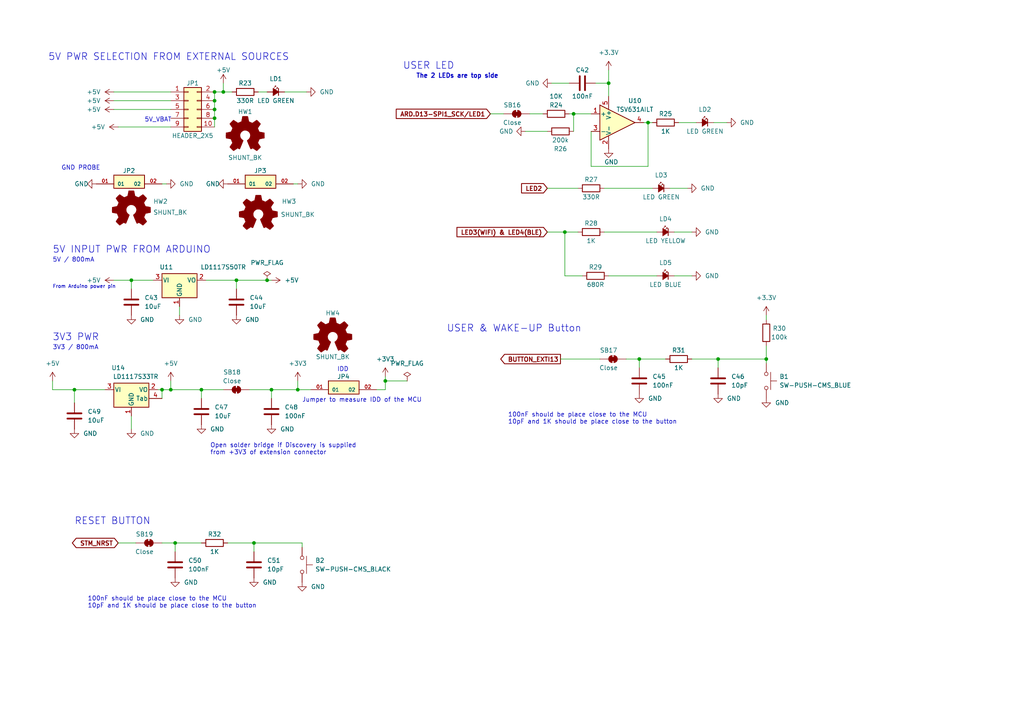
<source format=kicad_sch>
(kicad_sch (version 20211123) (generator eeschema)
  (paper "A4")
  (lib_symbols
    (symbol "+3V3_1" (power) (pin_names (offset 0))
      (property "Value" "+3V3_1" (at 0 5.08 0))
      (symbol "+3V3_1_0_1"
        (polyline (pts (xy -0.762 1.27) (xy 0 2.54)))
        (polyline (pts (xy 0 0) (xy 0 2.54)))
        (polyline (pts (xy 0 2.54) (xy 0.762 1.27)))
      )
      (symbol "+3V3_1_1_1"
        (pin power_in line (at 0 0 90) (length 0) hide (name "+3V3") (number "1"))
      )
    )
    (symbol "+5V_1" (power) (pin_names (offset 0))
      (property "Value" "+5V_1" (at -3.81 0.0001 90))
      (symbol "+5V_1_0_1"
        (polyline (pts (xy -0.762 1.27) (xy 0 2.54)))
        (polyline (pts (xy 0 0) (xy 0 2.54)))
        (polyline (pts (xy 0 2.54) (xy 0.762 1.27)))
      )
      (symbol "+5V_1_1_1"
        (pin power_in line (at 0 0 90) (length 0) hide (name "+5V") (number "1"))
      )
    )
    (symbol "+5V_2" (power) (pin_names (offset 0))
      (property "Value" "+5V_2" (at -3.81 0.0001 90))
      (symbol "+5V_2_0_1"
        (polyline (pts (xy -0.762 1.27) (xy 0 2.54)))
        (polyline (pts (xy 0 0) (xy 0 2.54)))
        (polyline (pts (xy 0 2.54) (xy 0.762 1.27)))
      )
      (symbol "+5V_2_1_1"
        (pin power_in line (at 0 0 90) (length 0) hide (name "+5V") (number "1"))
      )
    )
    (symbol "+5V_3" (power) (pin_names (offset 0))
      (property "Value" "+5V_3" (at -3.81 0.0001 90))
      (symbol "+5V_3_0_1"
        (polyline (pts (xy -0.762 1.27) (xy 0 2.54)))
        (polyline (pts (xy 0 0) (xy 0 2.54)))
        (polyline (pts (xy 0 2.54) (xy 0.762 1.27)))
      )
      (symbol "+5V_3_1_1"
        (pin power_in line (at 0 0 90) (length 0) hide (name "+5V") (number "1"))
      )
    )
    (symbol "+5V_4" (power) (pin_names (offset 0))
      (property "Value" "+5V_4" (at 0 3.556 0))
      (symbol "+5V_4_0_1"
        (polyline (pts (xy -0.762 1.27) (xy 0 2.54)))
        (polyline (pts (xy 0 0) (xy 0 2.54)))
        (polyline (pts (xy 0 2.54) (xy 0.762 1.27)))
      )
      (symbol "+5V_4_1_1"
        (pin power_in line (at 0 0 90) (length 0) hide (name "+5V") (number "1"))
      )
    )
    (symbol "+5V_5" (power) (pin_names (offset 0))
      (property "Value" "+5V_5" (at -3.81 0 90))
      (symbol "+5V_5_0_1"
        (polyline (pts (xy -0.762 1.27) (xy 0 2.54)))
        (polyline (pts (xy 0 0) (xy 0 2.54)))
        (polyline (pts (xy 0 2.54) (xy 0.762 1.27)))
      )
      (symbol "+5V_5_1_1"
        (pin power_in line (at 0 0 90) (length 0) hide (name "+5V") (number "1"))
      )
    )
    (symbol "+5V_6" (power) (pin_names (offset 0))
      (property "Value" "+5V_6" (at 0 3.556 0))
      (symbol "+5V_6_0_1"
        (polyline (pts (xy -0.762 1.27) (xy 0 2.54)))
        (polyline (pts (xy 0 0) (xy 0 2.54)))
        (polyline (pts (xy 0 2.54) (xy 0.762 1.27)))
      )
      (symbol "+5V_6_1_1"
        (pin power_in line (at 0 0 90) (length 0) hide (name "+5V") (number "1"))
      )
    )
    (symbol "+5V_7" (power) (pin_names (offset 0))
      (property "Value" "+5V_7" (at 0 5.08 0))
      (symbol "+5V_7_0_1"
        (polyline (pts (xy -0.762 1.27) (xy 0 2.54)))
        (polyline (pts (xy 0 0) (xy 0 2.54)))
        (polyline (pts (xy 0 2.54) (xy 0.762 1.27)))
      )
      (symbol "+5V_7_1_1"
        (pin power_in line (at 0 0 90) (length 0) hide (name "+5V") (number "1"))
      )
    )
    (symbol "Amplifier_Operational:LMV601" (pin_names (offset 0.127))
      (property "Reference" "U21" (at 11.43 4.699 0))
      (property "Value" "TSV631AILT" (at 12.7 2.54 0))
      (symbol "LMV601_0_1"
        (polyline (pts (xy -5.08 5.08) (xy 5.08 0) (xy -5.08 -5.08) (xy -5.08 5.08)) (stroke (width 0.254)) (fill (type background)))
      )
      (symbol "LMV601_1_1"
        (pin input line (at -7.62 2.54 0) (length 2.54) (name "+") (number "1"))
        (pin power_in line (at -2.54 -7.62 90) (length 3.81) (name "V-") (number "2"))
        (pin input line (at -7.62 -2.54 0) (length 2.54) (name "-") (number "3"))
        (pin output line (at 7.62 0 180) (length 2.54) (name "~") (number "4"))
        (pin power_in line (at -2.54 7.62 270) (length 3.81) (name "V+") (number "5"))
      )
    )
    (symbol "Connector_Generic:Conn_02x05_Odd_Even" (pin_names (offset 1.016) hide)
      (property "Reference" "JP1" (at 1.27 7.62 0))
      (property "Value" "HEADER_2X5" (at 1.27 -7.62 0))
      (symbol "Conn_02x05_Odd_Even_1_1"
        (rectangle (start -1.27 -4.953) (end 0 -5.207) (stroke (width 0.1524)))
        (rectangle (start -1.27 -2.413) (end 0 -2.667) (stroke (width 0.1524)))
        (rectangle (start -1.27 0.127) (end 0 -0.127) (stroke (width 0.1524)))
        (rectangle (start -1.27 2.667) (end 0 2.413) (stroke (width 0.1524)))
        (rectangle (start -1.27 5.207) (end 0 4.953) (stroke (width 0.1524)))
        (rectangle (start -1.27 6.35) (end 3.81 -6.35) (stroke (width 0.254)) (fill (type background)))
        (rectangle (start 3.81 -4.953) (end 2.54 -5.207) (stroke (width 0.1524)))
        (rectangle (start 3.81 -2.413) (end 2.54 -2.667) (stroke (width 0.1524)))
        (rectangle (start 3.81 0.127) (end 2.54 -0.127) (stroke (width 0.1524)))
        (rectangle (start 3.81 2.667) (end 2.54 2.413) (stroke (width 0.1524)))
        (rectangle (start 3.81 5.207) (end 2.54 4.953) (stroke (width 0.1524)))
        (pin passive line (at -5.08 5.08 0) (length 3.81) (name "Pin_1") (number "1"))
        (pin passive line (at 7.62 -5.08 180) (length 3.81) (name "Pin_10") (number "10"))
        (pin passive line (at 7.62 5.08 180) (length 3.81) (name "Pin_2") (number "2"))
        (pin passive line (at -5.08 2.54 0) (length 3.81) (name "Pin_3") (number "3"))
        (pin passive line (at 7.62 2.54 180) (length 3.81) (name "Pin_4") (number "4"))
        (pin passive line (at -5.08 0 0) (length 3.81) (name "Pin_5") (number "5"))
        (pin passive line (at 7.62 0 180) (length 3.81) (name "Pin_6") (number "6"))
        (pin free line (at -5.08 -2.54 0) (length 3.81) (name "Pin_7") (number "7"))
        (pin passive line (at 7.62 -2.54 180) (length 3.81) (name "Pin_8") (number "8"))
        (pin passive line (at -5.08 -5.08 0) (length 3.81) (name "Pin_9") (number "9"))
      )
    )
    (symbol "Device:C" (pin_numbers hide) (pin_names (offset 0.254))
      (property "Reference" "C" (at 0.635 2.54 0))
      (property "Value" "C" (at 0.635 -2.54 0))
      (symbol "C_0_1"
        (polyline (pts (xy -2.032 -0.762) (xy 2.032 -0.762)) (stroke (width 0.508)))
        (polyline (pts (xy -2.032 0.762) (xy 2.032 0.762)) (stroke (width 0.508)))
      )
      (symbol "C_1_1"
        (pin passive line (at 0 3.81 270) (length 2.794) (name "~") (number "1"))
        (pin passive line (at 0 -3.81 90) (length 2.794) (name "~") (number "2"))
      )
    )
    (symbol "Device:LED_Small_Filled" (pin_numbers hide) (pin_names (offset 0.254) hide)
      (property "Reference" "D" (at -1.27 3.175 0))
      (property "Value" "LED_Small_Filled" (at -4.445 -2.54 0))
      (symbol "LED_Small_Filled_0_1"
        (polyline (pts (xy -0.762 -1.016) (xy -0.762 1.016)) (stroke (width 0.254)))
        (polyline (pts (xy 1.016 0) (xy -0.762 0)))
        (polyline (pts (xy 0.762 -1.016) (xy -0.762 0) (xy 0.762 1.016) (xy 0.762 -1.016)) (stroke (width 0.254)) (fill (type outline)))
        (polyline (pts (xy 0 0.762) (xy -0.508 1.27) (xy -0.254 1.27) (xy -0.508 1.27) (xy -0.508 1.016)))
        (polyline (pts (xy 0.508 1.27) (xy 0 1.778) (xy 0.254 1.778) (xy 0 1.778) (xy 0 1.524)))
      )
      (symbol "LED_Small_Filled_1_1"
        (pin passive line (at -2.54 0 0) (length 1.778) (name "K") (number "1"))
        (pin passive line (at 2.54 0 180) (length 1.778) (name "A") (number "2"))
      )
    )
    (symbol "Device:R" (pin_numbers hide) (pin_names (offset 0))
      (property "Reference" "R" (at 2.032 0 90))
      (property "Value" "R" (at 0 0 90))
      (symbol "R_0_1"
        (rectangle (start -1.016 -2.54) (end 1.016 2.54) (stroke (width 0.254)))
      )
      (symbol "R_1_1"
        (pin passive line (at 0 3.81 270) (length 1.27) (name "~") (number "1"))
        (pin passive line (at 0 -3.81 90) (length 1.27) (name "~") (number "2"))
      )
    )
    (symbol "Graphic:Logo_Open_Hardware_Small" (pin_names (offset 1.016))
      (symbol "Logo_Open_Hardware_Small_0_1"
        (polyline (pts (xy 3.3528 -4.3434) (xy 3.302 -4.318) (xy 3.175 -4.2418) (xy 2.9972 -4.1148) (xy 2.7686 -3.9624) (xy 2.54 -3.81) (xy 2.3622 -3.7084) (xy 2.2352 -3.6068) (xy 2.1844 -3.5814) (xy 2.159 -3.6068) (xy 2.0574 -3.6576) (xy 1.905 -3.7338) (xy 1.8034 -3.7846) (xy 1.6764 -3.8354) (xy 1.6002 -3.8354) (xy 1.6002 -3.8354) (xy 1.5494 -3.7338) (xy 1.4732 -3.5306) (xy 1.3462 -3.302) (xy 1.2446 -3.0226) (xy 1.1176 -2.7178) (xy 0.9652 -2.413) (xy 0.8636 -2.1082) (xy 0.7366 -1.8288) (xy 0.6604 -1.6256) (xy 0.6096 -1.4732) (xy 0.5842 -1.397) (xy 0.5842 -1.397) (xy 0.6604 -1.3208) (xy 0.7874 -1.2446) (xy 1.0414 -1.016) (xy 1.2954 -0.6858) (xy 1.4478 -0.3302) (xy 1.524 0.0762) (xy 1.4732 0.4572) (xy 1.3208 0.8128) (xy 1.0668 1.143) (xy 0.762 1.3716) (xy 0.4064 1.524) (xy 0 1.5748) (xy -0.381 1.5494) (xy -0.7366 1.397) (xy -1.0668 1.143) (xy -1.2192 0.9906) (xy -1.397 0.6604) (xy -1.524 0.3048) (xy -1.524 0.2286) (xy -1.4986 -0.1778) (xy -1.397 -0.5334) (xy -1.1938 -0.8636) (xy -0.9144 -1.143) (xy -0.8636 -1.1684) (xy -0.7366 -1.27) (xy -0.635 -1.3462) (xy -0.5842 -1.397) (xy -1.0668 -2.5908) (xy -1.143 -2.794) (xy -1.2954 -3.1242) (xy -1.397 -3.4036) (xy -1.4986 -3.6322) (xy -1.5748 -3.7846) (xy -1.6002 -3.8354) (xy -1.6002 -3.8354) (xy -1.651 -3.8354) (xy -1.7272 -3.81) (xy -1.905 -3.7338) (xy -2.0066 -3.683) (xy -2.1336 -3.6068) (xy -2.2098 -3.5814) (xy -2.2606 -3.6068) (xy -2.3622 -3.683) (xy -2.54 -3.81) (xy -2.7686 -3.9624) (xy -2.9718 -4.0894) (xy -3.1496 -4.2164) (xy -3.302 -4.318) (xy -3.3528 -4.3434) (xy -3.3782 -4.3434) (xy -3.429 -4.318) (xy -3.5306 -4.2164) (xy -3.7084 -4.064) (xy -3.937 -3.8354) (xy -3.9624 -3.81) (xy -4.1656 -3.6068) (xy -4.318 -3.4544) (xy -4.4196 -3.3274) (xy -4.445 -3.2766) (xy -4.445 -3.2766) (xy -4.4196 -3.2258) (xy -4.318 -3.0734) (xy -4.2164 -2.8956) (xy -4.064 -2.667) (xy -3.6576 -2.0828) (xy -3.8862 -1.5494) (xy -3.937 -1.3716) (xy -4.0386 -1.1684) (xy -4.0894 -1.0414) (xy -4.1148 -0.9652) (xy -4.191 -0.9398) (xy -4.318 -0.9144) (xy -4.5466 -0.8636) (xy -4.8006 -0.8128) (xy -5.0546 -0.7874) (xy -5.2578 -0.7366) (xy -5.4356 -0.7112) (xy -5.5118 -0.6858) (xy -5.5118 -0.6858) (xy -5.5372 -0.635) (xy -5.5372 -0.5588) (xy -5.5372 -0.4318) (xy -5.5626 -0.2286) (xy -5.5626 0.0762) (xy -5.5626 0.127) (xy -5.5372 0.4064) (xy -5.5372 0.635) (xy -5.5372 0.762) (xy -5.5372 0.8382) (xy -5.5372 0.8382) (xy -5.461 0.8382) (xy -5.3086 0.889) (xy -5.08 0.9144) (xy -4.826 0.9652) (xy -4.8006 0.9906) (xy -4.5466 1.0414) (xy -4.318 1.0668) (xy -4.1656 1.1176) (xy -4.0894 1.143) (xy -4.0894 1.143) (xy -4.0386 1.2446) (xy -3.9624 1.4224) (xy -3.8608 1.6256) (xy -3.7846 1.8288) (xy -3.7084 2.0066) (xy -3.6576 2.159) (xy -3.6322 2.2098) (xy -3.6322 2.2098) (xy -3.683 2.286) (xy -3.7592 2.413) (xy -3.8862 2.5908) (xy -4.064 2.8194) (xy -4.064 2.8448) (xy -4.2164 3.0734) (xy -4.3434 3.2512) (xy -4.4196 3.3782) (xy -4.445 3.4544) (xy -4.445 3.4544) (xy -4.3942 3.5052) (xy -4.2926 3.6322) (xy -4.1148 3.81) (xy -3.937 4.0132) (xy -3.8608 4.064) (xy -3.6576 4.2926) (xy -3.5052 4.4196) (xy -3.4036 4.4958) (xy -3.3528 4.5212) (xy -3.3528 4.5212) (xy -3.302 4.4704) (xy -3.1496 4.3688) (xy -2.9718 4.2418) (xy -2.7432 4.0894) (xy -2.7178 4.0894) (xy -2.4892 3.937) (xy -2.3114 3.81) (xy -2.1844 3.7084) (xy -2.1336 3.683) (xy -2.1082 3.683) (xy -2.032 3.7084) (xy -1.8542 3.7592) (xy -1.6764 3.8354) (xy -1.4732 3.937) (xy -1.27 4.0132) (xy -1.143 4.064) (xy -1.0668 4.1148) (xy -1.0668 4.1148) (xy -1.0414 4.191) (xy -1.016 4.3434) (xy -0.9652 4.572) (xy -0.9144 4.8514) (xy -0.889 4.9022) (xy -0.8382 5.1562) (xy -0.8128 5.3848) (xy -0.7874 5.5372) (xy -0.762 5.588) (xy -0.7112 5.6134) (xy -0.5842 5.6134) (xy -0.4064 5.6134) (xy -0.1524 5.6134) (xy 0.0762 5.6134) (xy 0.3302 5.6134) (xy 0.5334 5.6134) (xy 0.6858 5.588) (xy 0.7366 5.588) (xy 0.7366 5.588) (xy 0.762 5.5118) (xy 0.8128 5.334) (xy 0.8382 5.1054) (xy 0.9144 4.826) (xy 0.9144 4.7752) (xy 0.9652 4.5212) (xy 1.016 4.2926) (xy 1.0414 4.1402) (xy 1.0668 4.0894) (xy 1.0668 4.0894) (xy 1.1938 4.0386) (xy 1.3716 3.9624) (xy 1.5748 3.8608) (xy 2.0828 3.6576) (xy 2.7178 4.0894) (xy 2.7686 4.1402) (xy 2.9972 4.2926) (xy 3.175 4.4196) (xy 3.302 4.4958) (xy 3.3782 4.5212) (xy 3.3782 4.5212) (xy 3.429 4.4704) (xy 3.556 4.3434) (xy 3.7338 4.191) (xy 3.9116 3.9878) (xy 4.064 3.8354) (xy 4.2418 3.6576) (xy 4.3434 3.556) (xy 4.4196 3.4798) (xy 4.4196 3.429) (xy 4.4196 3.4036) (xy 4.3942 3.3274) (xy 4.2926 3.2004) (xy 4.1656 2.9972) (xy 4.0132 2.794) (xy 3.8862 2.5908) (xy 3.7592 2.3876) (xy 3.6576 2.2352) (xy 3.6322 2.159) (xy 3.6322 2.1336) (xy 3.683 2.0066) (xy 3.7592 1.8288) (xy 3.8608 1.6002) (xy 4.064 1.1176) (xy 4.3942 1.0414) (xy 4.5974 1.016) (xy 4.8768 0.9652) (xy 5.1308 0.9144) (xy 5.5372 0.8382) (xy 5.5626 -0.6604) (xy 5.4864 -0.6858) (xy 5.4356 -0.6858) (xy 5.2832 -0.7366) (xy 5.0546 -0.762) (xy 4.8006 -0.8128) (xy 4.5974 -0.8636) (xy 4.3688 -0.9144) (xy 4.2164 -0.9398) (xy 4.1402 -0.9398) (xy 4.1148 -0.9652) (xy 4.064 -1.0668) (xy 3.9878 -1.2446) (xy 3.9116 -1.4478) (xy 3.81 -1.651) (xy 3.7338 -1.8542) (xy 3.683 -2.0066) (xy 3.6576 -2.0828) (xy 3.683 -2.1336) (xy 3.7846 -2.2606) (xy 3.8862 -2.4638) (xy 4.0386 -2.667) (xy 4.191 -2.8956) (xy 4.318 -3.0734) (xy 4.3942 -3.2004) (xy 4.445 -3.2766) (xy 4.4196 -3.3274) (xy 4.3434 -3.429) (xy 4.1656 -3.5814) (xy 3.937 -3.8354) (xy 3.8862 -3.8608) (xy 3.683 -4.064) (xy 3.5306 -4.2164) (xy 3.4036 -4.318) (xy 3.3528 -4.3434)) (fill (type outline)))
      )
    )
    (symbol "Jumper:SolderJumper_2_Bridged" (pin_names (offset 0) hide)
      (property "Reference" "JP?" (at 0 6.35 0))
      (property "Value" "SolderJumper_2_Bridged" (at 0 3.81 0))
      (symbol "SolderJumper_2_Bridged_0_1"
        (rectangle (start -0.508 0.508) (end 0.508 -0.508) (fill (type outline)))
        (arc (start -0.254 1.016) (mid -1.27 0) (end -0.254 -1.016))
        (arc (start -0.254 1.016) (mid -1.27 0) (end -0.254 -1.016) (fill (type outline)))
        (polyline (pts (xy -0.254 1.016) (xy -0.254 -1.016)))
        (polyline (pts (xy 0.254 1.016) (xy 0.254 -1.016)))
        (arc (start 0.254 -1.016) (mid 1.27 0) (end 0.254 1.016))
        (arc (start 0.254 -1.016) (mid 1.27 0) (end 0.254 1.016) (fill (type outline)))
      )
      (symbol "SolderJumper_2_Bridged_1_1"
        (pin passive line (at -3.81 0 0) (length 2.54) (name "A") (number ""))
        (pin passive line (at 3.81 0 180) (length 2.54) (name "B") (number ""))
      )
    )
    (symbol "Regulator_Linear:LD1117S33TR_SOT223" (pin_names (offset 0.254))
      (property "Reference" "U14" (at -3.81 6.35 0))
      (property "Value" "LD1117S33TR" (at 1.27 3.81 0))
      (symbol "LD1117S33TR_SOT223_0_1"
        (rectangle (start -5.08 -5.08) (end 5.08 1.905) (stroke (width 0.254)) (fill (type background)))
      )
      (symbol "LD1117S33TR_SOT223_1_1"
        (pin power_in line (at 0 -7.62 90) (length 2.54) (name "GND") (number "1"))
        (pin passive line (at 7.62 0 180) (length 2.54) (name "VO") (number "2"))
        (pin power_in line (at -7.62 0 0) (length 2.54) (name "VI") (number "3"))
        (pin passive line (at 8.89 -2.54 180) (length 3.81) (name "Tab") (number "4"))
      )
    )
    (symbol "Regulator_Linear:LD1117S50TR_SOT223" (pin_names (offset 0.254))
      (property "Reference" "U11" (at -3.81 3.81 0))
      (property "Value" "LD1117S50TR" (at 12.7 3.81 0))
      (symbol "LD1117S50TR_SOT223_0_1"
        (rectangle (start -5.08 -5.08) (end 5.08 1.905) (stroke (width 0.254)) (fill (type background)))
      )
      (symbol "LD1117S50TR_SOT223_1_1"
        (pin power_in line (at 0 -7.62 90) (length 2.54) (name "GND") (number "1"))
        (pin passive line (at 7.62 0 180) (length 2.54) (name "VO") (number "2"))
        (pin power_in line (at -7.62 0 0) (length 2.54) (name "VI") (number "3"))
      )
    )
    (symbol "Switch:SW_Push" (pin_numbers hide) (pin_names (offset 1.016) hide)
      (property "Reference" "SW" (at 1.27 2.54 0))
      (property "Value" "SW_Push" (at 0 -1.524 0))
      (symbol "SW_Push_0_1"
        (circle (center -2.032 0) (radius 0.508))
        (polyline (pts (xy 0 1.27) (xy 0 3.048)))
        (polyline (pts (xy 2.54 1.27) (xy -2.54 1.27)))
        (circle (center 2.032 0) (radius 0.508))
        (pin passive line (at -5.08 0 0) (length 2.54) (name "1") (number "1"))
        (pin passive line (at 5.08 0 180) (length 2.54) (name "2") (number "2"))
      )
    )
    (symbol "TSW-102-07-G-S:TSW-102-07-G-S" (pin_names (offset 1.016))
      (property "Reference" "JP6" (at -1.27 6.35 0))
      (symbol "TSW-102-07-G-S_0_0"
        (rectangle (start -5.08 3.81) (end 3.81 0) (stroke (width 0.254)) (fill (type background)))
        (pin passive line (at -10.16 1.27 0) (length 5.08) (name "01") (number "01"))
        (pin passive line (at 8.89 1.27 180) (length 5.08) (name "02") (number "02"))
      )
    )
    (symbol "TSW-102-07-G-S_1" (pin_names (offset 1.016))
      (property "Reference" "JP4" (at -2.54 5.08 0))
      (symbol "TSW-102-07-G-S_1_0_0"
        (rectangle (start -5.08 3.81) (end 3.81 0) (stroke (width 0.254)) (fill (type background)))
        (pin input line (at -10.16 1.27 0) (length 5.08) (name "01") (number "01"))
        (pin passive line (at 8.89 1.27 180) (length 5.08) (name "02") (number "02"))
      )
    )
    (symbol "power:+3.3V" (power) (pin_names (offset 0))
      (property "Value" "+3.3V" (at 0 3.556 0))
      (symbol "+3.3V_0_1"
        (polyline (pts (xy -0.762 1.27) (xy 0 2.54)))
        (polyline (pts (xy 0 0) (xy 0 2.54)))
        (polyline (pts (xy 0 2.54) (xy 0.762 1.27)))
      )
      (symbol "+3.3V_1_1"
        (pin power_in line (at 0 0 90) (length 0) hide (name "+3.3V") (number "1"))
      )
    )
    (symbol "power:+3V3" (power) (pin_names (offset 0))
      (property "Value" "+3V3" (at 0 3.556 0))
      (symbol "+3V3_0_1"
        (polyline (pts (xy -0.762 1.27) (xy 0 2.54)))
        (polyline (pts (xy 0 0) (xy 0 2.54)))
        (polyline (pts (xy 0 2.54) (xy 0.762 1.27)))
      )
      (symbol "+3V3_1_1"
        (pin power_in line (at 0 0 90) (length 0) hide (name "+3V3") (number "1"))
      )
    )
    (symbol "power:+5V" (power) (pin_names (offset 0))
      (property "Value" "5V_USB_CHARGER" (at -3.81 0.0001 90))
      (symbol "+5V_0_1"
        (polyline (pts (xy -0.762 1.27) (xy 0 2.54)))
        (polyline (pts (xy 0 0) (xy 0 2.54)))
        (polyline (pts (xy 0 2.54) (xy 0.762 1.27)))
      )
      (symbol "+5V_1_1"
        (pin power_in line (at 0 0 90) (length 0) hide (name "+5V") (number "1"))
      )
    )
    (symbol "power:GND" (power) (pin_names (offset 0))
      (property "Value" "GND" (at 0 -3.81 0))
      (symbol "GND_0_1"
        (polyline (pts (xy 0 0) (xy 0 -1.27) (xy 1.27 -1.27) (xy 0 -2.54) (xy -1.27 -1.27) (xy 0 -1.27)))
      )
      (symbol "GND_1_1"
        (pin power_in line (at 0 0 270) (length 0) hide (name "GND") (number "1"))
      )
    )
    (symbol "power:PWR_FLAG" (power) (pin_numbers hide) (pin_names (offset 0) hide)
      (property "Value" "PWR_FLAG" (at 0 3.81 0))
      (symbol "PWR_FLAG_0_0"
        (pin power_out line (at 0 0 90) (length 0) (name "pwr") (number "1"))
      )
      (symbol "PWR_FLAG_0_1"
        (polyline (pts (xy 0 0) (xy 0 1.27) (xy -1.016 1.905) (xy 0 2.54) (xy 1.016 1.905) (xy 0 1.27)))
      )
    )
  )
  (junction (at 185.42 104.14))
  (junction (at 77.47 81.28))
  (junction (at 62.23 26.67))
  (junction (at 46.99 113.03))
  (junction (at 176.53 24.13))
  (junction (at 163.83 67.31))
  (junction (at 21.59 113.03))
  (junction (at 208.28 104.14))
  (junction (at 222.25 104.14))
  (junction (at 187.96 35.56))
  (junction (at 62.23 34.29))
  (junction (at 62.23 31.75))
  (junction (at 50.8 157.48))
  (junction (at 111.76 110.49))
  (junction (at 73.66 157.48))
  (junction (at 166.37 33.02))
  (junction (at 78.74 113.03))
  (junction (at 38.1 81.28))
  (junction (at 62.23 29.21))
  (junction (at 68.58 81.28))
  (junction (at 58.42 113.03))
  (junction (at 86.36 113.03))
  (junction (at 64.77 26.67))
  (junction (at 49.53 113.03))
  (wire (pts (xy 200.66 80.01) (xy 195.58 80.01)))
  (wire (pts (xy 166.37 33.02) (xy 166.37 38.1)))
  (wire (pts (xy 38.1 81.28) (xy 38.1 83.82)))
  (wire (pts (xy 168.91 80.01) (xy 163.83 80.01)))
  (wire (pts (xy 68.58 81.28) (xy 77.47 81.28)))
  (wire (pts (xy 62.23 26.67) (xy 64.77 26.67)))
  (wire (pts (xy 111.76 110.49) (xy 118.11 110.49)))
  (wire (pts (xy 66.04 157.48) (xy 73.66 157.48)))
  (wire (pts (xy 64.77 24.13) (xy 64.77 26.67)))
  (wire (pts (xy 163.83 67.31) (xy 167.64 67.31)))
  (wire (pts (xy 158.75 67.31) (xy 163.83 67.31)))
  (wire (pts (xy 58.42 115.57) (xy 58.42 113.03)))
  (wire (pts (xy 176.53 20.32) (xy 176.53 24.13)))
  (wire (pts (xy 86.36 113.03) (xy 90.17 113.03)))
  (wire (pts (xy 45.72 113.03) (xy 46.99 113.03)))
  (wire (pts (xy 62.23 34.29) (xy 62.23 36.83)))
  (wire (pts (xy 87.63 158.75) (xy 87.63 157.48)))
  (wire (pts (xy 200.66 104.14) (xy 208.28 104.14)))
  (wire (pts (xy 46.99 53.34) (xy 48.26 53.34)))
  (wire (pts (xy 162.56 104.14) (xy 173.99 104.14)))
  (wire (pts (xy 77.47 26.67) (xy 74.93 26.67)))
  (wire (pts (xy 62.23 31.75) (xy 62.23 34.29)))
  (wire (pts (xy 152.4 38.1) (xy 158.75 38.1)))
  (wire (pts (xy 77.47 81.28) (xy 78.74 81.28)))
  (wire (pts (xy 85.09 53.34) (xy 86.36 53.34)))
  (wire (pts (xy 175.26 67.31) (xy 190.5 67.31)))
  (wire (pts (xy 171.45 48.26) (xy 187.96 48.26)))
  (wire (pts (xy 38.1 124.46) (xy 38.1 120.65)))
  (wire (pts (xy 153.67 33.02) (xy 157.48 33.02)))
  (wire (pts (xy 175.26 54.61) (xy 189.23 54.61)))
  (wire (pts (xy 187.96 35.56) (xy 187.96 48.26)))
  (wire (pts (xy 68.58 81.28) (xy 68.58 83.82)))
  (wire (pts (xy 222.25 100.33) (xy 222.25 104.14)))
  (wire (pts (xy 49.53 110.49) (xy 49.53 113.03)))
  (wire (pts (xy 111.76 110.49) (xy 111.76 113.03)))
  (wire (pts (xy 38.1 81.28) (xy 44.45 81.28)))
  (wire (pts (xy 181.61 104.14) (xy 185.42 104.14)))
  (wire (pts (xy 166.37 33.02) (xy 171.45 33.02)))
  (wire (pts (xy 200.66 67.31) (xy 195.58 67.31)))
  (wire (pts (xy 33.02 29.21) (xy 49.53 29.21)))
  (wire (pts (xy 187.96 35.56) (xy 189.23 35.56)))
  (wire (pts (xy 46.99 157.48) (xy 50.8 157.48)))
  (wire (pts (xy 185.42 104.14) (xy 185.42 106.68)))
  (wire (pts (xy 176.53 80.01) (xy 190.5 80.01)))
  (wire (pts (xy 33.02 81.28) (xy 38.1 81.28)))
  (wire (pts (xy 186.69 35.56) (xy 187.96 35.56)))
  (wire (pts (xy 208.28 104.14) (xy 222.25 104.14)))
  (wire (pts (xy 142.24 33.02) (xy 146.05 33.02)))
  (wire (pts (xy 163.83 67.31) (xy 163.83 80.01)))
  (wire (pts (xy 222.25 105.41) (xy 222.25 104.14)))
  (wire (pts (xy 62.23 29.21) (xy 62.23 31.75)))
  (wire (pts (xy 199.39 54.61) (xy 194.31 54.61)))
  (wire (pts (xy 46.99 113.03) (xy 49.53 113.03)))
  (wire (pts (xy 59.69 81.28) (xy 68.58 81.28)))
  (wire (pts (xy 158.75 54.61) (xy 167.64 54.61)))
  (wire (pts (xy 64.77 26.67) (xy 67.31 26.67)))
  (wire (pts (xy 165.1 24.13) (xy 160.02 24.13)))
  (wire (pts (xy 185.42 104.14) (xy 193.04 104.14)))
  (wire (pts (xy 34.29 36.83) (xy 49.53 36.83)))
  (wire (pts (xy 78.74 113.03) (xy 86.36 113.03)))
  (wire (pts (xy 52.07 91.44) (xy 52.07 88.9)))
  (wire (pts (xy 73.66 157.48) (xy 87.63 157.48)))
  (wire (pts (xy 50.8 157.48) (xy 50.8 160.02)))
  (wire (pts (xy 21.59 113.03) (xy 15.24 113.03)))
  (wire (pts (xy 34.29 157.48) (xy 39.37 157.48)))
  (wire (pts (xy 86.36 110.49) (xy 86.36 113.03)))
  (wire (pts (xy 78.74 113.03) (xy 78.74 115.57)))
  (wire (pts (xy 73.66 160.02) (xy 73.66 157.48)))
  (wire (pts (xy 165.1 33.02) (xy 166.37 33.02)))
  (wire (pts (xy 58.42 113.03) (xy 64.77 113.03)))
  (wire (pts (xy 222.25 91.44) (xy 222.25 92.71)))
  (wire (pts (xy 33.02 26.67) (xy 49.53 26.67)))
  (wire (pts (xy 210.82 35.56) (xy 207.01 35.56)))
  (wire (pts (xy 62.23 26.67) (xy 62.23 29.21)))
  (wire (pts (xy 172.72 24.13) (xy 176.53 24.13)))
  (wire (pts (xy 33.02 31.75) (xy 49.53 31.75)))
  (wire (pts (xy 196.85 35.56) (xy 201.93 35.56)))
  (wire (pts (xy 109.22 113.03) (xy 111.76 113.03)))
  (wire (pts (xy 50.8 157.48) (xy 58.42 157.48)))
  (wire (pts (xy 171.45 38.1) (xy 171.45 48.26)))
  (wire (pts (xy 72.39 113.03) (xy 78.74 113.03)))
  (wire (pts (xy 111.76 109.22) (xy 111.76 110.49)))
  (wire (pts (xy 208.28 106.68) (xy 208.28 104.14)))
  (wire (pts (xy 21.59 113.03) (xy 21.59 116.84)))
  (wire (pts (xy 30.48 113.03) (xy 21.59 113.03)))
  (wire (pts (xy 46.99 113.03) (xy 46.99 115.57)))
  (wire (pts (xy 15.24 110.49) (xy 15.24 113.03)))
  (wire (pts (xy 88.9 26.67) (xy 82.55 26.67)))
  (wire (pts (xy 49.53 113.03) (xy 58.42 113.03)))
  (wire (pts (xy 176.53 24.13) (xy 176.53 27.94)))
  (text "3V3 / 800mA" (at 15.24 101.6 0) (effects (font (size 1.27 1.27)) (justify left bottom)))
  (text "RESET BUTTON" (at 21.59 152.4 0) (effects (font (size 2 2)) (justify left bottom)))
  (text "IDD\n" (at 97.79 107.95 0) (effects (font (size 1.27 1.27)) (justify left bottom)))
  (text "USER & WAKE-UP Button" (at 129.54 96.52 0) (effects (font (size 2 2)) (justify left bottom)))
  (text "Open solder bridge if Discovery is supplied\nfrom +3V3 of extension connector" (at 60.96 132.08 0) (effects (font (size 1.27 1.27)) (justify left bottom)))
  (text "GND PROBE\n" (at 17.78 49.53 0) (effects (font (size 1.27 1.27)) (justify left bottom)))
  (text "USER LED\n" (at 116.84 20.32 0) (effects (font (size 2 2)) (justify left bottom)))
  (text "5V / 800mA" (at 15.24 76.2 0) (effects (font (size 1.27 1.27)) (justify left bottom)))
  (text "3V3 PWR\n" (at 15.24 99.06 0) (effects (font (size 2 2)) (justify left bottom)))
  (text "Jumper to measure IDD of the MCU" (at 87.63 116.84 0) (effects (font (size 1.27 1.27)) (justify left bottom)))
  (text "From Arduino power pin" (at 15.24 83.82 0) (effects (font (size 1 1)) (justify left bottom)))
  (text "5V_VBAT" (at 41.91 35.56 0) (effects (font (size 1.27 1.27)) (justify left bottom)))
  (text "5V INPUT PWR FROM ARDUINO\n" (at 15.24 73.66 0) (effects (font (size 2 2)) (justify left bottom)))
  (text "The 2 LEDs are top side" (at 120.65 22.86 0) (effects (font (size 1.27 1.27) (thickness 0.254) bold) (justify left bottom)))
  (text "5V PWR SELECTION FROM EXTERNAL SOURCES" (at 13.97 17.78 0) (effects (font (size 2 2)) (justify left bottom)))
  (text "100nF should be place close to the MCU\n10pF and 1K should be place close to the button" (at 147.32 123.19 0) (effects (font (size 1.27 1.27)) (justify left bottom)))
  (text "100nF should be place close to the MCU\n10pF and 1K should be place close to the button" (at 25.4 176.53 0) (effects (font (size 1.27 1.27)) (justify left bottom)))
  (global_label "STM_NRST" (shape bidirectional) (at 34.29 157.48 180) (effects (font (thickness 0.254) bold)) (property "Intersheet References" "${INTERSHEET_REFS}" (effects hide)))
  (global_label "BUTTON_EXTI13" (shape output) (at 162.56 104.14 180) (effects (font (thickness 0.254) bold)) (property "Intersheet References" "${INTERSHEET_REFS}" (effects hide)))
  (global_label "LED2" (shape input) (at 158.75 54.61 180) (effects (font (thickness 0.254) bold)) (property "Intersheet References" "${INTERSHEET_REFS}" (effects hide)))
  (global_label "ARD.D13-SPI1_SCK{slash}LED1" (shape input) (at 142.24 33.02 180) (effects (font (thickness 0.254) bold)) (property "Intersheet References" "${INTERSHEET_REFS}" (effects hide)))
  (global_label "LED3(WIFI) & LED4(BLE)" (shape input) (at 158.75 67.31 180) (effects (font (thickness 0.254) bold)) (property "Intersheet References" "${INTERSHEET_REFS}" (effects hide)))
  (symbol (lib_id "power:GND") (at 199.39 54.61 90) (unit 1)
    (property "Reference" "#PWR0120" (effects hide))
    (property "Value" "GND" (at 203.2 54.6099 90) (effects (justify right)))
  )
  (symbol (lib_id "Device:C") (at 50.8 163.83 0) (unit 1)
    (property "Reference" "C50" (at 54.61 162.5599 0) (effects (justify left)))
    (property "Value" "100nF" (at 54.61 165.0999 0) (effects (justify left)))
    (property "Footprint" "Capacitor_SMD:C_0402_1005Metric" (effects hide))
    (property "Datasheet" "https://s3.amazonaws.com/snapeda/datasheet/C0402C222J3JACTU_KEMET.pdf" (effects hide))
  )
  (symbol (lib_name "+5V_7") (lib_id "power:+5V") (at 49.53 110.49 0) (unit 1)
    (property "Reference" "#PWR0131" (effects hide))
    (property "Value" "LDO_3V3" (at 49.53 105.41 0))
  )
  (symbol (lib_id "Graphic:Logo_Open_Hardware_Small") (at 74.93 62.23 0) (unit 1)
    (property "Reference" "HW3" (at 83.82 58.42 0))
    (property "Value" "SHUNT_BK" (at 86.36 62.23 0))
    (property "Footprint" "SNT-100-BK-G:Samtec-SNT-100-BK-G-MFG" (effects hide))
    (property "Datasheet" "https://www.snapeda.com/parts/SNT-100-BK-G/Samtec/datasheet/" (effects hide))
  )
  (symbol (lib_id "Device:LED_Small_Filled") (at 193.04 67.31 0) (mirror y) (unit 1)
    (property "Reference" "LD4" (at 193.04 63.5 0))
    (property "Value" "LED YELLOW" (at 193.04 69.85 0))
    (property "Footprint" "LED_SMD:LED_0603_1608Metric" (effects hide))
    (property "Datasheet" "https://www.snapeda.com/parts/SML-D12FWT86/Rohm/datasheet/" (effects hide))
  )
  (symbol (lib_id "Device:R") (at 222.25 96.52 180) (unit 1)
    (property "Reference" "R30" (at 226.06 95.25 0))
    (property "Value" "100k" (at 226.06 97.79 0))
    (property "Footprint" "Resistor_SMD:R_0402_1005Metric" (effects hide))
    (property "Datasheet" "https://www.snapeda.com/parts/ERA-2HEC7321P/Panasonic/datasheet/" (effects hide))
  )
  (symbol (lib_id "Jumper:SolderJumper_2_Bridged") (at 43.18 157.48 0) (unit 1)
    (property "Reference" "SB19" (at 41.91 154.94 0))
    (property "Value" "Close" (at 41.91 160.02 0))
    (property "Footprint" "Jumper:SolderJumper-2_P1.3mm_Bridged2Bar_Pad1.0x1.5mm" (effects hide))
  )
  (symbol (lib_id "Device:R") (at 71.12 26.67 270) (unit 1)
    (property "Reference" "R23" (at 71.12 24.13 90))
    (property "Value" "330R" (at 71.12 29.21 90))
    (property "Footprint" "Resistor_SMD:R_0402_1005Metric" (effects hide))
    (property "Datasheet" "https://www.snapeda.com/parts/ERA-2HEC7321P/Panasonic/datasheet/" (effects hide))
  )
  (symbol (lib_id "power:GND") (at 160.02 24.13 270) (unit 1)
    (property "Reference" "#PWR0107" (effects hide))
    (property "Value" "GND" (at 152.4 24.13 90) (effects (justify left)))
  )
  (symbol (lib_id "Device:C") (at 73.66 163.83 0) (unit 1)
    (property "Reference" "C51" (at 77.47 162.5599 0) (effects (justify left)))
    (property "Value" "10pF" (at 77.47 165.0999 0) (effects (justify left)))
    (property "Footprint" "Capacitor_SMD:C_0402_1005Metric" (effects hide))
    (property "Datasheet" "https://s3.amazonaws.com/snapeda/datasheet/C0402C222J3JACTU_KEMET.pdf" (effects hide))
  )
  (symbol (lib_name "+5V_5") (lib_id "power:+5V") (at 33.02 81.28 90) (unit 1)
    (property "Reference" "#PWR0123" (effects hide))
    (property "Value" "VIN" (at 29.21 81.28 90) (effects (justify left)))
  )
  (symbol (lib_id "power:GND") (at 52.07 91.44 0) (unit 1)
    (property "Reference" "#PWR0126" (effects hide))
    (property "Value" "GND" (at 54.61 92.7099 0) (effects (justify left)))
  )
  (symbol (lib_id "Device:C") (at 208.28 110.49 0) (unit 1)
    (property "Reference" "C46" (at 212.09 109.2199 0) (effects (justify left)))
    (property "Value" "10pF" (at 212.09 111.7599 0) (effects (justify left)))
    (property "Footprint" "Capacitor_SMD:C_0402_1005Metric" (effects hide))
    (property "Datasheet" "https://s3.amazonaws.com/snapeda/datasheet/C0402C222J3JACTU_KEMET.pdf" (effects hide))
  )
  (symbol (lib_id "power:GND") (at 48.26 53.34 90) (unit 1)
    (property "Reference" "#PWR0117" (effects hide))
    (property "Value" "GND" (at 52.07 53.3399 90) (effects (justify right)))
  )
  (symbol (lib_id "power:GND") (at 200.66 67.31 90) (unit 1)
    (property "Reference" "#PWR0121" (effects hide))
    (property "Value" "GND" (at 204.47 67.3099 90) (effects (justify right)))
  )
  (symbol (lib_id "Device:LED_Small_Filled") (at 193.04 80.01 0) (mirror y) (unit 1)
    (property "Reference" "LD5" (at 193.04 76.2 0))
    (property "Value" "LED BLUE" (at 193.04 82.55 0))
    (property "Footprint" "LED_SMD:LED_0603_1608Metric" (effects hide))
    (property "Datasheet" "https://www.snapeda.com/parts/SML-D12FWT86/Rohm/datasheet/" (effects hide))
  )
  (symbol (lib_id "Switch:SW_Push") (at 87.63 163.83 270) (unit 1)
    (property "Reference" "B2" (at 91.44 162.5599 90) (effects (justify left)))
    (property "Value" "SW-PUSH-CMS_BLACK" (at 91.44 165.0999 90) (effects (justify left)))
    (property "Footprint" "Button_Switch_SMD:SW_Push_1P1T-MP_NO_Horizontal_Alps_SKRTLAE010" (effects hide))
  )
  (symbol (lib_id "TSW-102-07-G-S:TSW-102-07-G-S") (at 38.1 54.61 0) (unit 1)
    (property "Reference" "JP2" (at 35.56 49.53 0) (effects (justify left)))
    (property "Value" "TSW-102-07-G-S" (effects hide))
    (property "Footprint" "TSW-102-07-G-S:SAMTEC_TSW-102-07-G-S" (effects hide))
    (property "Datasheet" "https://www.snapeda.com/parts/TSW-102-07-G-S/Samtec/datasheet/" (effects hide))
    (property "MANUFACTURER" "Samtec" (effects hide))
    (property "STANDARD" "Manufacturer Recommendations" (effects hide))
    (property "PARTREV" "R" (effects hide))
  )
  (symbol (lib_id "power:GND") (at 38.1 91.44 0) (unit 1)
    (property "Reference" "#PWR0125" (effects hide))
    (property "Value" "GND" (at 40.64 92.7099 0) (effects (justify left)))
  )
  (symbol (lib_id "Device:LED_Small_Filled") (at 80.01 26.67 0) (mirror y) (unit 1)
    (property "Reference" "LD1" (at 80.01 22.86 0))
    (property "Value" "LED GREEN" (at 80.01 29.21 0))
    (property "Footprint" "LED_SMD:LED_0603_1608Metric" (effects hide))
    (property "Datasheet" "https://www.snapeda.com/parts/SML-D12FWT86/Rohm/datasheet/" (effects hide))
  )
  (symbol (lib_id "power:+3.3V") (at 222.25 91.44 0) (unit 1)
    (property "Reference" "#PWR0128" (effects hide))
    (property "Value" "+3.3V" (at 222.25 86.36 0))
  )
  (symbol (lib_id "power:GND") (at 78.74 123.19 0) (unit 1)
    (property "Reference" "#PWR0137" (effects hide))
    (property "Value" "GND" (at 81.28 124.4599 0) (effects (justify left)))
  )
  (symbol (lib_id "Device:C") (at 185.42 110.49 0) (unit 1)
    (property "Reference" "C45" (at 189.23 109.2199 0) (effects (justify left)))
    (property "Value" "100nF" (at 189.23 111.7599 0) (effects (justify left)))
    (property "Footprint" "Capacitor_SMD:C_0402_1005Metric" (effects hide))
    (property "Datasheet" "https://s3.amazonaws.com/snapeda/datasheet/C0402C222J3JACTU_KEMET.pdf" (effects hide))
  )
  (symbol (lib_id "Device:R") (at 172.72 80.01 270) (unit 1)
    (property "Reference" "R29" (at 172.72 77.47 90))
    (property "Value" "680R" (at 172.72 82.55 90))
    (property "Footprint" "Resistor_SMD:R_0402_1005Metric" (effects hide))
    (property "Datasheet" "https://www.snapeda.com/parts/ERA-2HEC7321P/Panasonic/datasheet/" (effects hide))
  )
  (symbol (lib_id "Device:C") (at 78.74 119.38 0) (unit 1)
    (property "Reference" "C48" (at 82.55 118.1099 0) (effects (justify left)))
    (property "Value" "100nF" (at 82.55 120.6499 0) (effects (justify left)))
    (property "Footprint" "Capacitor_SMD:C_0402_1005Metric" (effects hide))
    (property "Datasheet" "https://s3.amazonaws.com/snapeda/datasheet/C0402C222J3JACTU_KEMET.pdf" (effects hide))
  )
  (symbol (lib_name "+3V3_1") (lib_id "power:+3V3") (at 111.76 109.22 0) (unit 1)
    (property "Reference" "#PWR0129" (effects hide))
    (property "Value" "VDD_MCU" (at 111.76 104.14 0))
  )
  (symbol (lib_id "Device:R") (at 193.04 35.56 270) (unit 1)
    (property "Reference" "R25" (at 193.04 33.02 90))
    (property "Value" "1K" (at 193.04 38.1 90))
    (property "Footprint" "Resistor_SMD:R_0402_1005Metric" (effects hide))
    (property "Datasheet" "https://www.snapeda.com/parts/ERA-2HEC7321P/Panasonic/datasheet/" (effects hide))
  )
  (symbol (lib_id "Device:LED_Small_Filled") (at 204.47 35.56 0) (mirror y) (unit 1)
    (property "Reference" "LD2" (at 204.47 31.75 0))
    (property "Value" "LED GREEN" (at 204.47 38.1 0))
    (property "Footprint" "LED_SMD:LED_0603_1608Metric" (effects hide))
    (property "Datasheet" "https://www.snapeda.com/parts/SML-D12FWT86/Rohm/datasheet/" (effects hide))
  )
  (symbol (lib_id "power:GND") (at 152.4 38.1 270) (unit 1)
    (property "Reference" "#PWR0114" (effects hide))
    (property "Value" "GND" (at 144.78 38.1 90) (effects (justify left)))
  )
  (symbol (lib_id "TSW-102-07-G-S:TSW-102-07-G-S") (at 76.2 54.61 0) (unit 1)
    (property "Reference" "JP3" (at 73.66 49.53 0) (effects (justify left)))
    (property "Value" "TSW-102-07-G-S" (effects hide))
    (property "Footprint" "TSW-102-07-G-S:SAMTEC_TSW-102-07-G-S" (effects hide))
    (property "Datasheet" "https://www.snapeda.com/parts/TSW-102-07-G-S/Samtec/datasheet/" (effects hide))
    (property "MANUFACTURER" "Samtec" (effects hide))
    (property "STANDARD" "Manufacturer Recommendations" (effects hide))
    (property "PARTREV" "R" (effects hide))
  )
  (symbol (lib_id "Connector_Generic:Conn_02x05_Odd_Even") (at 54.61 31.75 0) (unit 1)
    (property "Reference" "JP1" (at 55.88 24.13 0))
    (property "Value" "HEADER_2X5" (at 55.88 39.37 0))
    (property "Footprint" "Connector_PinHeader_2.54mm:PinHeader_2x05_P2.54mm_Horizontal" (effects hide))
  )
  (symbol (lib_id "Device:C") (at 68.58 87.63 0) (unit 1)
    (property "Reference" "C44" (at 72.39 86.3599 0) (effects (justify left)))
    (property "Value" "10uF" (at 72.39 88.8999 0) (effects (justify left)))
    (property "Footprint" "Capacitor_SMD:C_0603_1608Metric" (effects hide))
    (property "Datasheet" "https://www.snapeda.com/parts/C0603C222K4RACTU/KEMET/datasheet/" (effects hide))
  )
  (symbol (lib_id "Jumper:SolderJumper_2_Bridged") (at 177.8 104.14 0) (unit 1)
    (property "Reference" "SB17" (at 176.53 101.6 0))
    (property "Value" "Close" (at 176.53 106.68 0))
    (property "Footprint" "Jumper:SolderJumper-2_P1.3mm_Bridged2Bar_Pad1.0x1.5mm" (effects hide))
  )
  (symbol (lib_id "power:GND") (at 50.8 167.64 0) (unit 1)
    (property "Reference" "#PWR0140" (effects hide))
    (property "Value" "GND" (at 53.34 168.9099 0) (effects (justify left)))
  )
  (symbol (lib_id "Regulator_Linear:LD1117S33TR_SOT223") (at 38.1 113.03 0) (unit 1)
    (property "Reference" "U14" (at 34.29 106.68 0))
    (property "Value" "LD1117S33TR" (at 39.37 109.22 0))
    (property "Footprint" "Package_TO_SOT_SMD:SOT-223-3_TabPin2" (effects hide))
    (property "Datasheet" "http://www.st.com/st-web-ui/static/active/en/resource/technical/document/datasheet/CD00000544.pdf" (effects hide))
  )
  (symbol (lib_id "power:GND") (at 68.58 91.44 0) (unit 1)
    (property "Reference" "#PWR0127" (effects hide))
    (property "Value" "GND" (at 71.12 92.7099 0) (effects (justify left)))
  )
  (symbol (lib_id "Regulator_Linear:LD1117S50TR_SOT223") (at 52.07 81.28 0) (unit 1)
    (property "Reference" "U11" (at 48.26 77.47 0))
    (property "Value" "LD1117S50TR" (at 64.77 77.47 0))
    (property "Footprint" "Package_TO_SOT_SMD:SOT-223-3_TabPin2" (effects hide))
    (property "Datasheet" "http://www.st.com/st-web-ui/static/active/en/resource/technical/document/datasheet/CD00000544.pdf" (effects hide))
  )
  (symbol (lib_name "+5V_1") (lib_id "power:+5V") (at 33.02 26.67 90) (unit 1)
    (property "Reference" "#PWR0108" (effects hide))
    (property "Value" "5V_ST_LINK" (at 29.21 26.67 90) (effects (justify left)))
  )
  (symbol (lib_id "power:PWR_FLAG") (at 118.11 110.49 0) (unit 1)
    (property "Reference" "#FLG0104" (effects hide))
    (property "Value" "PWR_FLAG" (at 118.11 105.41 0))
  )
  (symbol (lib_name "+5V_2") (lib_id "power:+5V") (at 33.02 29.21 90) (unit 1)
    (property "Reference" "#PWR0110" (effects hide))
    (property "Value" "5V_ARD" (at 29.21 29.21 90) (effects (justify left)))
  )
  (symbol (lib_id "Device:R") (at 162.56 38.1 270) (unit 1)
    (property "Reference" "R26" (at 162.56 43.18 90))
    (property "Value" "200k" (at 162.56 40.64 90))
    (property "Footprint" "Resistor_SMD:R_0402_1005Metric" (effects hide))
    (property "Datasheet" "https://www.snapeda.com/parts/ERA-2HEC7321P/Panasonic/datasheet/" (effects hide))
  )
  (symbol (lib_id "power:+5V") (at 34.29 36.83 90) (unit 1)
    (property "Reference" "#PWR0113" (effects hide))
    (property "Value" "5V_USB_CHARGER" (at 30.48 36.83 90) (effects (justify left)))
  )
  (symbol (lib_id "Device:C") (at 58.42 119.38 0) (unit 1)
    (property "Reference" "C47" (at 62.23 118.1099 0) (effects (justify left)))
    (property "Value" "10uF" (at 62.23 120.6499 0) (effects (justify left)))
    (property "Footprint" "Capacitor_SMD:C_0603_1608Metric" (effects hide))
    (property "Datasheet" "https://www.snapeda.com/parts/C0603C222K4RACTU/KEMET/datasheet/" (effects hide))
  )
  (symbol (lib_id "power:GND") (at 21.59 124.46 0) (unit 1)
    (property "Reference" "#PWR0138" (effects hide))
    (property "Value" "GND" (at 24.13 125.7299 0) (effects (justify left)))
  )
  (symbol (lib_id "power:GND") (at 66.04 53.34 270) (mirror x) (unit 1)
    (property "Reference" "#PWR0118" (effects hide))
    (property "Value" "GND" (at 59.69 53.34 90) (effects (justify left)))
  )
  (symbol (lib_id "power:GND") (at 87.63 168.91 0) (unit 1)
    (property "Reference" "#PWR0142" (effects hide))
    (property "Value" "GND" (at 90.17 170.1799 0) (effects (justify left)))
  )
  (symbol (lib_id "Device:R") (at 171.45 54.61 270) (unit 1)
    (property "Reference" "R27" (at 171.45 52.07 90))
    (property "Value" "330R" (at 171.45 57.15 90))
    (property "Footprint" "Resistor_SMD:R_0402_1005Metric" (effects hide))
    (property "Datasheet" "https://www.snapeda.com/parts/ERA-2HEC7321P/Panasonic/datasheet/" (effects hide))
  )
  (symbol (lib_id "power:GND") (at 222.25 115.57 0) (unit 1)
    (property "Reference" "#PWR0135" (effects hide))
    (property "Value" "GND" (at 224.79 116.8399 0) (effects (justify left)))
  )
  (symbol (lib_id "Graphic:Logo_Open_Hardware_Small") (at 96.52 97.79 0) (unit 1)
    (property "Reference" "HW4" (at 96.52 90.805 0))
    (property "Value" "SHUNT_BK" (at 96.52 103.505 0))
    (property "Footprint" "SNT-100-BK-G:Samtec-SNT-100-BK-G-MFG" (effects hide))
    (property "Datasheet" "https://www.snapeda.com/parts/SNT-100-BK-G/Samtec/datasheet/" (effects hide))
  )
  (symbol (lib_id "Device:C") (at 168.91 24.13 270) (unit 1)
    (property "Reference" "C42" (at 168.91 20.32 90))
    (property "Value" "100nF" (at 168.91 27.94 90))
    (property "Footprint" "Capacitor_SMD:C_0402_1005Metric" (effects hide))
    (property "Datasheet" "https://s3.amazonaws.com/snapeda/datasheet/C0402C222J3JACTU_KEMET.pdf" (effects hide))
  )
  (symbol (lib_id "power:GND") (at 88.9 26.67 90) (unit 1)
    (property "Reference" "#PWR0109" (effects hide))
    (property "Value" "GND" (at 92.71 26.6699 90) (effects (justify right)))
  )
  (symbol (lib_id "Graphic:Logo_Open_Hardware_Small") (at 71.12 39.37 0) (unit 1)
    (property "Reference" "HW1" (at 71.12 32.385 0))
    (property "Value" "SHUNT_BK" (at 71.12 45.72 0))
    (property "Footprint" "SNT-100-BK-G:Samtec-SNT-100-BK-G-MFG" (effects hide))
    (property "Datasheet" "https://www.snapeda.com/parts/SNT-100-BK-G/Samtec/datasheet/" (effects hide))
  )
  (symbol (lib_name "TSW-102-07-G-S_1") (lib_id "TSW-102-07-G-S:TSW-102-07-G-S") (at 100.33 114.3 0) (unit 1)
    (property "Reference" "JP4" (at 97.79 109.22 0) (effects (justify left)))
    (property "Value" "TSW-102-07-G-S" (effects hide))
    (property "Footprint" "TSW-102-07-G-S:SAMTEC_TSW-102-07-G-S" (effects hide))
    (property "Datasheet" "https://www.snapeda.com/parts/TSW-102-07-G-S/Samtec/datasheet/" (effects hide))
    (property "MANUFACTURER" "Samtec" (effects hide))
    (property "STANDARD" "Manufacturer Recommendations" (effects hide))
    (property "PARTREV" "R" (effects hide))
  )
  (symbol (lib_id "Graphic:Logo_Open_Hardware_Small") (at 38.1 60.96 0) (unit 1)
    (property "Reference" "HW2" (at 44.45 58.42 0) (effects (justify left)))
    (property "Value" "SHUNT_BK" (at 44.45 61.5949 0) (effects (justify left)))
    (property "Footprint" "SNT-100-BK-G:Samtec-SNT-100-BK-G-MFG" (effects hide))
    (property "Datasheet" "https://www.snapeda.com/parts/SNT-100-BK-G/Samtec/datasheet/" (effects hide))
  )
  (symbol (lib_id "power:GND") (at 73.66 167.64 0) (unit 1)
    (property "Reference" "#PWR0141" (effects hide))
    (property "Value" "GND" (at 76.2 168.9099 0) (effects (justify left)))
  )
  (symbol (lib_id "power:GND") (at 208.28 114.3 0) (unit 1)
    (property "Reference" "#PWR0134" (effects hide))
    (property "Value" "GND" (at 210.82 115.5699 0) (effects (justify left)))
  )
  (symbol (lib_id "Device:R") (at 62.23 157.48 270) (unit 1)
    (property "Reference" "R32" (at 62.23 154.94 90))
    (property "Value" "1K" (at 62.23 160.02 90))
    (property "Footprint" "Resistor_SMD:R_0402_1005Metric" (effects hide))
    (property "Datasheet" "https://www.snapeda.com/parts/ERA-2HEC7321P/Panasonic/datasheet/" (effects hide))
  )
  (symbol (lib_name "+5V_3") (lib_id "power:+5V") (at 33.02 31.75 90) (unit 1)
    (property "Reference" "#PWR0111" (effects hide))
    (property "Value" "5V_USB_FS" (at 29.21 31.75 90) (effects (justify left)))
  )
  (symbol (lib_id "Amplifier_Operational:LMV601") (at 179.07 35.56 0) (unit 1)
    (property "Reference" "U10" (at 184.15 29.21 0))
    (property "Value" "TSV631AILT" (at 184.15 31.75 0))
    (property "Footprint" "TSV631AILT:SOT95P280X145-5N" (effects hide))
    (property "Datasheet" "https://www.snapeda.com/parts/TSV631AILT/STMicroelectronics/datasheet/" (effects hide))
  )
  (symbol (lib_id "power:GND") (at 185.42 114.3 0) (unit 1)
    (property "Reference" "#PWR0133" (effects hide))
    (property "Value" "GND" (at 187.96 115.5699 0) (effects (justify left)))
  )
  (symbol (lib_id "power:GND") (at 200.66 80.01 90) (unit 1)
    (property "Reference" "#PWR0122" (effects hide))
    (property "Value" "GND" (at 204.47 80.0099 90) (effects (justify right)))
  )
  (symbol (lib_id "Jumper:SolderJumper_2_Bridged") (at 68.58 113.03 0) (unit 1)
    (property "Reference" "SB18" (at 67.31 107.95 0))
    (property "Value" "Close" (at 67.31 110.49 0))
    (property "Footprint" "Jumper:SolderJumper-2_P1.3mm_Bridged2Bar_Pad1.0x1.5mm" (effects hide))
  )
  (symbol (lib_name "+5V_6") (lib_id "power:+5V") (at 15.24 110.49 0) (unit 1)
    (property "Reference" "#PWR0130" (effects hide))
    (property "Value" "+5V" (at 15.24 105.41 0))
  )
  (symbol (lib_id "power:+3.3V") (at 176.53 20.32 0) (unit 1)
    (property "Reference" "#PWR0105" (effects hide))
    (property "Value" "+3.3V" (at 176.53 15.24 0))
  )
  (symbol (lib_id "Device:R") (at 161.29 33.02 270) (unit 1)
    (property "Reference" "R24" (at 161.29 30.48 90))
    (property "Value" "10K" (at 161.29 27.94 90))
    (property "Footprint" "Resistor_SMD:R_0402_1005Metric" (effects hide))
    (property "Datasheet" "https://www.snapeda.com/parts/ERA-2HEC7321P/Panasonic/datasheet/" (effects hide))
  )
  (symbol (lib_id "Device:C") (at 21.59 120.65 0) (unit 1)
    (property "Reference" "C49" (at 25.4 119.3799 0) (effects (justify left)))
    (property "Value" "10uF" (at 25.4 121.9199 0) (effects (justify left)))
    (property "Footprint" "Capacitor_SMD:C_0603_1608Metric" (effects hide))
    (property "Datasheet" "https://www.snapeda.com/parts/C0603C222K4RACTU/KEMET/datasheet/" (effects hide))
  )
  (symbol (lib_id "power:GND") (at 86.36 53.34 90) (unit 1)
    (property "Reference" "#PWR0119" (effects hide))
    (property "Value" "GND" (at 90.17 53.3399 90) (effects (justify right)))
  )
  (symbol (lib_id "Device:R") (at 171.45 67.31 270) (unit 1)
    (property "Reference" "R28" (at 171.45 64.77 90))
    (property "Value" "1K" (at 171.45 69.85 90))
    (property "Footprint" "Resistor_SMD:R_0402_1005Metric" (effects hide))
    (property "Datasheet" "https://www.snapeda.com/parts/ERA-2HEC7321P/Panasonic/datasheet/" (effects hide))
  )
  (symbol (lib_id "power:GND") (at 210.82 35.56 90) (unit 1)
    (property "Reference" "#PWR0112" (effects hide))
    (property "Value" "GND" (at 214.63 35.5599 90) (effects (justify right)))
  )
  (symbol (lib_name "+5V_2") (lib_id "power:+5V") (at 78.74 81.28 270) (mirror x) (unit 1)
    (property "Reference" "#PWR0124" (effects hide))
    (property "Value" "5V_ARD" (at 82.55 81.28 90) (effects (justify left)))
  )
  (symbol (lib_name "+5V_4") (lib_id "power:+5V") (at 64.77 24.13 0) (unit 1)
    (property "Reference" "#PWR0106" (effects hide))
    (property "Value" "+5V" (at 64.77 20.32 0))
  )
  (symbol (lib_id "power:GND") (at 27.94 53.34 270) (mirror x) (unit 1)
    (property "Reference" "#PWR0116" (effects hide))
    (property "Value" "GND" (at 21.59 53.34 90) (effects (justify left)))
  )
  (symbol (lib_id "Device:C") (at 38.1 87.63 0) (unit 1)
    (property "Reference" "C43" (at 41.91 86.3599 0) (effects (justify left)))
    (property "Value" "10uF" (at 41.91 88.8999 0) (effects (justify left)))
    (property "Footprint" "Capacitor_SMD:C_0603_1608Metric" (effects hide))
    (property "Datasheet" "https://www.snapeda.com/parts/C0603C222K4RACTU/KEMET/datasheet/" (effects hide))
  )
  (symbol (lib_id "Jumper:SolderJumper_2_Bridged") (at 149.86 33.02 0) (unit 1)
    (property "Reference" "SB16" (at 148.59 30.48 0))
    (property "Value" "Close" (at 148.59 35.56 0))
    (property "Footprint" "Jumper:SolderJumper-2_P1.3mm_Bridged2Bar_Pad1.0x1.5mm" (effects hide))
  )
  (symbol (lib_id "power:PWR_FLAG") (at 77.47 81.28 0) (unit 1)
    (property "Reference" "#FLG0102" (effects hide))
    (property "Value" "PWR_FLAG" (at 77.47 76.2 0))
  )
  (symbol (lib_id "Switch:SW_Push") (at 222.25 110.49 270) (unit 1)
    (property "Reference" "B1" (at 226.06 109.2199 90) (effects (justify left)))
    (property "Value" "SW-PUSH-CMS_BLUE" (at 226.06 111.7599 90) (effects (justify left)))
    (property "Footprint" "Button_Switch_SMD:SW_Push_1P1T-MP_NO_Horizontal_Alps_SKRTLAE010" (effects hide))
  )
  (symbol (lib_id "power:GND") (at 58.42 123.19 0) (unit 1)
    (property "Reference" "#PWR0136" (effects hide))
    (property "Value" "GND" (at 60.96 124.4599 0) (effects (justify left)))
  )
  (symbol (lib_id "power:GND") (at 38.1 124.46 0) (unit 1)
    (property "Reference" "#PWR0139" (effects hide))
    (property "Value" "GND" (at 40.64 125.7299 0) (effects (justify left)))
  )
  (symbol (lib_id "power:+3V3") (at 86.36 110.49 0) (unit 1)
    (property "Reference" "#PWR0132" (effects hide))
    (property "Value" "+3V3" (at 86.36 105.41 0))
  )
  (symbol (lib_id "power:GND") (at 176.53 43.18 0) (unit 1)
    (property "Reference" "#PWR0115" (effects hide))
    (property "Value" "GND" (at 175.26 46.99 0) (effects (justify left)))
  )
  (symbol (lib_id "Device:R") (at 196.85 104.14 270) (unit 1)
    (property "Reference" "R31" (at 196.85 101.6 90))
    (property "Value" "1K" (at 196.85 106.68 90))
    (property "Footprint" "Resistor_SMD:R_0402_1005Metric" (effects hide))
    (property "Datasheet" "https://www.snapeda.com/parts/ERA-2HEC7321P/Panasonic/datasheet/" (effects hide))
  )
  (symbol (lib_id "Device:LED_Small_Filled") (at 191.77 54.61 0) (mirror y) (unit 1)
    (property "Reference" "LD3" (at 191.77 50.8 0))
    (property "Value" "LED GREEN" (at 191.77 57.15 0))
    (property "Footprint" "LED_SMD:LED_0603_1608Metric" (effects hide))
    (property "Datasheet" "https://www.snapeda.com/parts/SML-D12FWT86/Rohm/datasheet/" (effects hide))
  )
)
</source>
